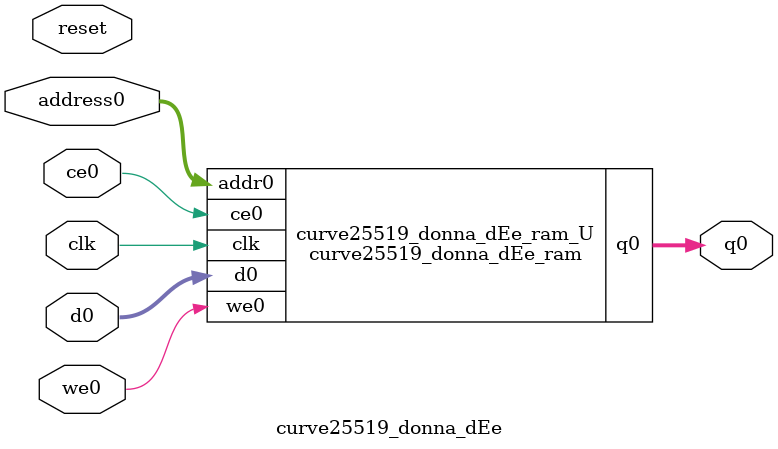
<source format=v>

`timescale 1 ns / 1 ps
module curve25519_donna_dEe_ram (addr0, ce0, d0, we0, q0,  clk);

parameter DWIDTH = 8;
parameter AWIDTH = 5;
parameter MEM_SIZE = 32;

input[AWIDTH-1:0] addr0;
input ce0;
input[DWIDTH-1:0] d0;
input we0;
output reg[DWIDTH-1:0] q0;
input clk;

reg [DWIDTH-1:0] ram[0:MEM_SIZE-1];




always @(posedge clk)  
begin 
    if (ce0) 
    begin
        if (we0) 
        begin 
            ram[addr0] <= d0; 
            q0 <= d0;
        end 
        else 
            q0 <= ram[addr0];
    end
end


endmodule


`timescale 1 ns / 1 ps
module curve25519_donna_dEe(
    reset,
    clk,
    address0,
    ce0,
    we0,
    d0,
    q0);

parameter DataWidth = 32'd8;
parameter AddressRange = 32'd32;
parameter AddressWidth = 32'd5;
input reset;
input clk;
input[AddressWidth - 1:0] address0;
input ce0;
input we0;
input[DataWidth - 1:0] d0;
output[DataWidth - 1:0] q0;



curve25519_donna_dEe_ram curve25519_donna_dEe_ram_U(
    .clk( clk ),
    .addr0( address0 ),
    .ce0( ce0 ),
    .d0( d0 ),
    .we0( we0 ),
    .q0( q0 ));

endmodule


</source>
